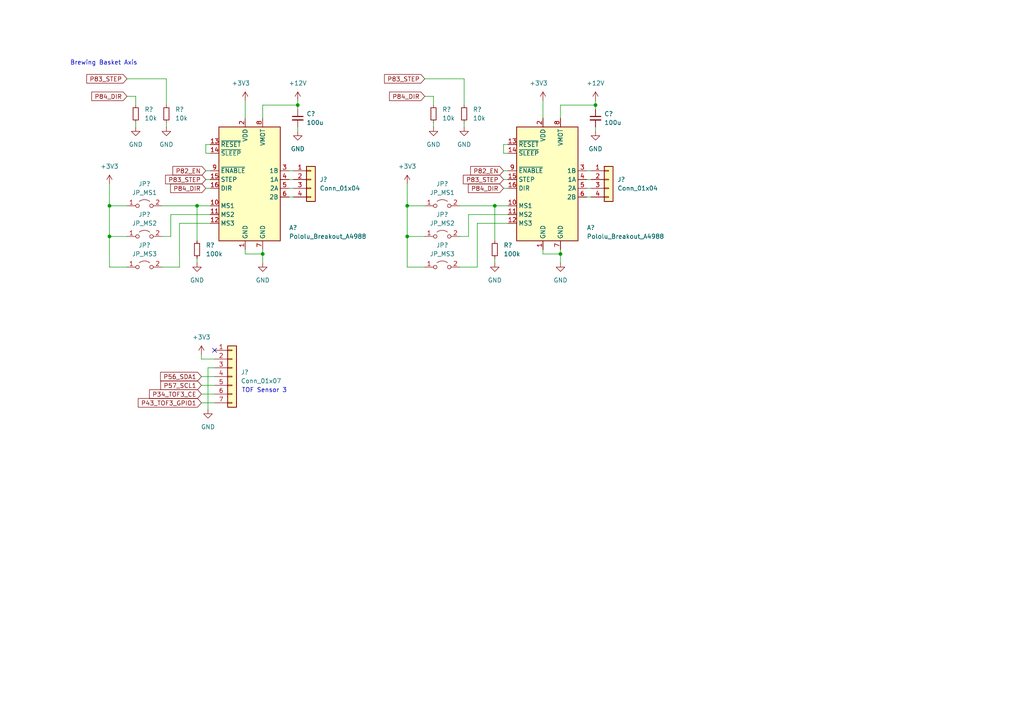
<source format=kicad_sch>
(kicad_sch (version 20211123) (generator eeschema)

  (uuid 00bc5870-4288-4b65-a87e-dcc68c607528)

  (paper "A4")

  (lib_symbols
    (symbol "Connector_Generic:Conn_01x04" (pin_names (offset 1.016) hide) (in_bom yes) (on_board yes)
      (property "Reference" "J" (id 0) (at 0 5.08 0)
        (effects (font (size 1.27 1.27)))
      )
      (property "Value" "Conn_01x04" (id 1) (at 0 -7.62 0)
        (effects (font (size 1.27 1.27)))
      )
      (property "Footprint" "" (id 2) (at 0 0 0)
        (effects (font (size 1.27 1.27)) hide)
      )
      (property "Datasheet" "~" (id 3) (at 0 0 0)
        (effects (font (size 1.27 1.27)) hide)
      )
      (property "ki_keywords" "connector" (id 4) (at 0 0 0)
        (effects (font (size 1.27 1.27)) hide)
      )
      (property "ki_description" "Generic connector, single row, 01x04, script generated (kicad-library-utils/schlib/autogen/connector/)" (id 5) (at 0 0 0)
        (effects (font (size 1.27 1.27)) hide)
      )
      (property "ki_fp_filters" "Connector*:*_1x??_*" (id 6) (at 0 0 0)
        (effects (font (size 1.27 1.27)) hide)
      )
      (symbol "Conn_01x04_1_1"
        (rectangle (start -1.27 -4.953) (end 0 -5.207)
          (stroke (width 0.1524) (type default) (color 0 0 0 0))
          (fill (type none))
        )
        (rectangle (start -1.27 -2.413) (end 0 -2.667)
          (stroke (width 0.1524) (type default) (color 0 0 0 0))
          (fill (type none))
        )
        (rectangle (start -1.27 0.127) (end 0 -0.127)
          (stroke (width 0.1524) (type default) (color 0 0 0 0))
          (fill (type none))
        )
        (rectangle (start -1.27 2.667) (end 0 2.413)
          (stroke (width 0.1524) (type default) (color 0 0 0 0))
          (fill (type none))
        )
        (rectangle (start -1.27 3.81) (end 1.27 -6.35)
          (stroke (width 0.254) (type default) (color 0 0 0 0))
          (fill (type background))
        )
        (pin passive line (at -5.08 2.54 0) (length 3.81)
          (name "Pin_1" (effects (font (size 1.27 1.27))))
          (number "1" (effects (font (size 1.27 1.27))))
        )
        (pin passive line (at -5.08 0 0) (length 3.81)
          (name "Pin_2" (effects (font (size 1.27 1.27))))
          (number "2" (effects (font (size 1.27 1.27))))
        )
        (pin passive line (at -5.08 -2.54 0) (length 3.81)
          (name "Pin_3" (effects (font (size 1.27 1.27))))
          (number "3" (effects (font (size 1.27 1.27))))
        )
        (pin passive line (at -5.08 -5.08 0) (length 3.81)
          (name "Pin_4" (effects (font (size 1.27 1.27))))
          (number "4" (effects (font (size 1.27 1.27))))
        )
      )
    )
    (symbol "Connector_Generic:Conn_01x07" (pin_names (offset 1.016) hide) (in_bom yes) (on_board yes)
      (property "Reference" "J" (id 0) (at 0 10.16 0)
        (effects (font (size 1.27 1.27)))
      )
      (property "Value" "Conn_01x07" (id 1) (at 0 -10.16 0)
        (effects (font (size 1.27 1.27)))
      )
      (property "Footprint" "" (id 2) (at 0 0 0)
        (effects (font (size 1.27 1.27)) hide)
      )
      (property "Datasheet" "~" (id 3) (at 0 0 0)
        (effects (font (size 1.27 1.27)) hide)
      )
      (property "ki_keywords" "connector" (id 4) (at 0 0 0)
        (effects (font (size 1.27 1.27)) hide)
      )
      (property "ki_description" "Generic connector, single row, 01x07, script generated (kicad-library-utils/schlib/autogen/connector/)" (id 5) (at 0 0 0)
        (effects (font (size 1.27 1.27)) hide)
      )
      (property "ki_fp_filters" "Connector*:*_1x??_*" (id 6) (at 0 0 0)
        (effects (font (size 1.27 1.27)) hide)
      )
      (symbol "Conn_01x07_1_1"
        (rectangle (start -1.27 -7.493) (end 0 -7.747)
          (stroke (width 0.1524) (type default) (color 0 0 0 0))
          (fill (type none))
        )
        (rectangle (start -1.27 -4.953) (end 0 -5.207)
          (stroke (width 0.1524) (type default) (color 0 0 0 0))
          (fill (type none))
        )
        (rectangle (start -1.27 -2.413) (end 0 -2.667)
          (stroke (width 0.1524) (type default) (color 0 0 0 0))
          (fill (type none))
        )
        (rectangle (start -1.27 0.127) (end 0 -0.127)
          (stroke (width 0.1524) (type default) (color 0 0 0 0))
          (fill (type none))
        )
        (rectangle (start -1.27 2.667) (end 0 2.413)
          (stroke (width 0.1524) (type default) (color 0 0 0 0))
          (fill (type none))
        )
        (rectangle (start -1.27 5.207) (end 0 4.953)
          (stroke (width 0.1524) (type default) (color 0 0 0 0))
          (fill (type none))
        )
        (rectangle (start -1.27 7.747) (end 0 7.493)
          (stroke (width 0.1524) (type default) (color 0 0 0 0))
          (fill (type none))
        )
        (rectangle (start -1.27 8.89) (end 1.27 -8.89)
          (stroke (width 0.254) (type default) (color 0 0 0 0))
          (fill (type background))
        )
        (pin passive line (at -5.08 7.62 0) (length 3.81)
          (name "Pin_1" (effects (font (size 1.27 1.27))))
          (number "1" (effects (font (size 1.27 1.27))))
        )
        (pin passive line (at -5.08 5.08 0) (length 3.81)
          (name "Pin_2" (effects (font (size 1.27 1.27))))
          (number "2" (effects (font (size 1.27 1.27))))
        )
        (pin passive line (at -5.08 2.54 0) (length 3.81)
          (name "Pin_3" (effects (font (size 1.27 1.27))))
          (number "3" (effects (font (size 1.27 1.27))))
        )
        (pin passive line (at -5.08 0 0) (length 3.81)
          (name "Pin_4" (effects (font (size 1.27 1.27))))
          (number "4" (effects (font (size 1.27 1.27))))
        )
        (pin passive line (at -5.08 -2.54 0) (length 3.81)
          (name "Pin_5" (effects (font (size 1.27 1.27))))
          (number "5" (effects (font (size 1.27 1.27))))
        )
        (pin passive line (at -5.08 -5.08 0) (length 3.81)
          (name "Pin_6" (effects (font (size 1.27 1.27))))
          (number "6" (effects (font (size 1.27 1.27))))
        )
        (pin passive line (at -5.08 -7.62 0) (length 3.81)
          (name "Pin_7" (effects (font (size 1.27 1.27))))
          (number "7" (effects (font (size 1.27 1.27))))
        )
      )
    )
    (symbol "Device:C_Small" (pin_numbers hide) (pin_names (offset 0.254) hide) (in_bom yes) (on_board yes)
      (property "Reference" "C" (id 0) (at 0.254 1.778 0)
        (effects (font (size 1.27 1.27)) (justify left))
      )
      (property "Value" "C_Small" (id 1) (at 0.254 -2.032 0)
        (effects (font (size 1.27 1.27)) (justify left))
      )
      (property "Footprint" "" (id 2) (at 0 0 0)
        (effects (font (size 1.27 1.27)) hide)
      )
      (property "Datasheet" "~" (id 3) (at 0 0 0)
        (effects (font (size 1.27 1.27)) hide)
      )
      (property "ki_keywords" "capacitor cap" (id 4) (at 0 0 0)
        (effects (font (size 1.27 1.27)) hide)
      )
      (property "ki_description" "Unpolarized capacitor, small symbol" (id 5) (at 0 0 0)
        (effects (font (size 1.27 1.27)) hide)
      )
      (property "ki_fp_filters" "C_*" (id 6) (at 0 0 0)
        (effects (font (size 1.27 1.27)) hide)
      )
      (symbol "C_Small_0_1"
        (polyline
          (pts
            (xy -1.524 -0.508)
            (xy 1.524 -0.508)
          )
          (stroke (width 0.3302) (type default) (color 0 0 0 0))
          (fill (type none))
        )
        (polyline
          (pts
            (xy -1.524 0.508)
            (xy 1.524 0.508)
          )
          (stroke (width 0.3048) (type default) (color 0 0 0 0))
          (fill (type none))
        )
      )
      (symbol "C_Small_1_1"
        (pin passive line (at 0 2.54 270) (length 2.032)
          (name "~" (effects (font (size 1.27 1.27))))
          (number "1" (effects (font (size 1.27 1.27))))
        )
        (pin passive line (at 0 -2.54 90) (length 2.032)
          (name "~" (effects (font (size 1.27 1.27))))
          (number "2" (effects (font (size 1.27 1.27))))
        )
      )
    )
    (symbol "Device:R_Small" (pin_numbers hide) (pin_names (offset 0.254) hide) (in_bom yes) (on_board yes)
      (property "Reference" "R" (id 0) (at 0.762 0.508 0)
        (effects (font (size 1.27 1.27)) (justify left))
      )
      (property "Value" "R_Small" (id 1) (at 0.762 -1.016 0)
        (effects (font (size 1.27 1.27)) (justify left))
      )
      (property "Footprint" "" (id 2) (at 0 0 0)
        (effects (font (size 1.27 1.27)) hide)
      )
      (property "Datasheet" "~" (id 3) (at 0 0 0)
        (effects (font (size 1.27 1.27)) hide)
      )
      (property "ki_keywords" "R resistor" (id 4) (at 0 0 0)
        (effects (font (size 1.27 1.27)) hide)
      )
      (property "ki_description" "Resistor, small symbol" (id 5) (at 0 0 0)
        (effects (font (size 1.27 1.27)) hide)
      )
      (property "ki_fp_filters" "R_*" (id 6) (at 0 0 0)
        (effects (font (size 1.27 1.27)) hide)
      )
      (symbol "R_Small_0_1"
        (rectangle (start -0.762 1.778) (end 0.762 -1.778)
          (stroke (width 0.2032) (type default) (color 0 0 0 0))
          (fill (type none))
        )
      )
      (symbol "R_Small_1_1"
        (pin passive line (at 0 2.54 270) (length 0.762)
          (name "~" (effects (font (size 1.27 1.27))))
          (number "1" (effects (font (size 1.27 1.27))))
        )
        (pin passive line (at 0 -2.54 90) (length 0.762)
          (name "~" (effects (font (size 1.27 1.27))))
          (number "2" (effects (font (size 1.27 1.27))))
        )
      )
    )
    (symbol "Driver_Motor:Pololu_Breakout_A4988" (in_bom yes) (on_board yes)
      (property "Reference" "A" (id 0) (at -2.54 19.05 0)
        (effects (font (size 1.27 1.27)) (justify right))
      )
      (property "Value" "Pololu_Breakout_A4988" (id 1) (at -2.54 16.51 0)
        (effects (font (size 1.27 1.27)) (justify right))
      )
      (property "Footprint" "Module:Pololu_Breakout-16_15.2x20.3mm" (id 2) (at 6.985 -19.05 0)
        (effects (font (size 1.27 1.27)) (justify left) hide)
      )
      (property "Datasheet" "https://www.pololu.com/product/2980/pictures" (id 3) (at 2.54 -7.62 0)
        (effects (font (size 1.27 1.27)) hide)
      )
      (property "ki_keywords" "Pololu Breakout Board Stepper Driver A4988" (id 4) (at 0 0 0)
        (effects (font (size 1.27 1.27)) hide)
      )
      (property "ki_description" "Pololu Breakout Board, Stepper Driver A4988" (id 5) (at 0 0 0)
        (effects (font (size 1.27 1.27)) hide)
      )
      (property "ki_fp_filters" "Pololu*Breakout*15.2x20.3mm*" (id 6) (at 0 0 0)
        (effects (font (size 1.27 1.27)) hide)
      )
      (symbol "Pololu_Breakout_A4988_0_1"
        (rectangle (start 10.16 -17.78) (end -7.62 15.24)
          (stroke (width 0.254) (type default) (color 0 0 0 0))
          (fill (type background))
        )
      )
      (symbol "Pololu_Breakout_A4988_1_1"
        (pin power_in line (at 0 -20.32 90) (length 2.54)
          (name "GND" (effects (font (size 1.27 1.27))))
          (number "1" (effects (font (size 1.27 1.27))))
        )
        (pin input line (at -10.16 -7.62 0) (length 2.54)
          (name "MS1" (effects (font (size 1.27 1.27))))
          (number "10" (effects (font (size 1.27 1.27))))
        )
        (pin input line (at -10.16 -10.16 0) (length 2.54)
          (name "MS2" (effects (font (size 1.27 1.27))))
          (number "11" (effects (font (size 1.27 1.27))))
        )
        (pin input line (at -10.16 -12.7 0) (length 2.54)
          (name "MS3" (effects (font (size 1.27 1.27))))
          (number "12" (effects (font (size 1.27 1.27))))
        )
        (pin input line (at -10.16 10.16 0) (length 2.54)
          (name "~{RESET}" (effects (font (size 1.27 1.27))))
          (number "13" (effects (font (size 1.27 1.27))))
        )
        (pin input line (at -10.16 7.62 0) (length 2.54)
          (name "~{SLEEP}" (effects (font (size 1.27 1.27))))
          (number "14" (effects (font (size 1.27 1.27))))
        )
        (pin input line (at -10.16 0 0) (length 2.54)
          (name "STEP" (effects (font (size 1.27 1.27))))
          (number "15" (effects (font (size 1.27 1.27))))
        )
        (pin input line (at -10.16 -2.54 0) (length 2.54)
          (name "DIR" (effects (font (size 1.27 1.27))))
          (number "16" (effects (font (size 1.27 1.27))))
        )
        (pin power_in line (at 0 17.78 270) (length 2.54)
          (name "VDD" (effects (font (size 1.27 1.27))))
          (number "2" (effects (font (size 1.27 1.27))))
        )
        (pin output line (at 12.7 2.54 180) (length 2.54)
          (name "1B" (effects (font (size 1.27 1.27))))
          (number "3" (effects (font (size 1.27 1.27))))
        )
        (pin output line (at 12.7 0 180) (length 2.54)
          (name "1A" (effects (font (size 1.27 1.27))))
          (number "4" (effects (font (size 1.27 1.27))))
        )
        (pin output line (at 12.7 -2.54 180) (length 2.54)
          (name "2A" (effects (font (size 1.27 1.27))))
          (number "5" (effects (font (size 1.27 1.27))))
        )
        (pin output line (at 12.7 -5.08 180) (length 2.54)
          (name "2B" (effects (font (size 1.27 1.27))))
          (number "6" (effects (font (size 1.27 1.27))))
        )
        (pin power_in line (at 5.08 -20.32 90) (length 2.54)
          (name "GND" (effects (font (size 1.27 1.27))))
          (number "7" (effects (font (size 1.27 1.27))))
        )
        (pin power_in line (at 5.08 17.78 270) (length 2.54)
          (name "VMOT" (effects (font (size 1.27 1.27))))
          (number "8" (effects (font (size 1.27 1.27))))
        )
        (pin input line (at -10.16 2.54 0) (length 2.54)
          (name "~{ENABLE}" (effects (font (size 1.27 1.27))))
          (number "9" (effects (font (size 1.27 1.27))))
        )
      )
    )
    (symbol "Jumper:Jumper_2_Open" (pin_names (offset 0) hide) (in_bom yes) (on_board yes)
      (property "Reference" "JP" (id 0) (at 0 2.794 0)
        (effects (font (size 1.27 1.27)))
      )
      (property "Value" "Jumper_2_Open" (id 1) (at 0 -2.286 0)
        (effects (font (size 1.27 1.27)))
      )
      (property "Footprint" "" (id 2) (at 0 0 0)
        (effects (font (size 1.27 1.27)) hide)
      )
      (property "Datasheet" "~" (id 3) (at 0 0 0)
        (effects (font (size 1.27 1.27)) hide)
      )
      (property "ki_keywords" "Jumper SPST" (id 4) (at 0 0 0)
        (effects (font (size 1.27 1.27)) hide)
      )
      (property "ki_description" "Jumper, 2-pole, open" (id 5) (at 0 0 0)
        (effects (font (size 1.27 1.27)) hide)
      )
      (property "ki_fp_filters" "Jumper* TestPoint*2Pads* TestPoint*Bridge*" (id 6) (at 0 0 0)
        (effects (font (size 1.27 1.27)) hide)
      )
      (symbol "Jumper_2_Open_0_0"
        (circle (center -2.032 0) (radius 0.508)
          (stroke (width 0) (type default) (color 0 0 0 0))
          (fill (type none))
        )
        (circle (center 2.032 0) (radius 0.508)
          (stroke (width 0) (type default) (color 0 0 0 0))
          (fill (type none))
        )
      )
      (symbol "Jumper_2_Open_0_1"
        (arc (start 1.524 1.27) (mid 0 1.778) (end -1.524 1.27)
          (stroke (width 0) (type default) (color 0 0 0 0))
          (fill (type none))
        )
      )
      (symbol "Jumper_2_Open_1_1"
        (pin passive line (at -5.08 0 0) (length 2.54)
          (name "A" (effects (font (size 1.27 1.27))))
          (number "1" (effects (font (size 1.27 1.27))))
        )
        (pin passive line (at 5.08 0 180) (length 2.54)
          (name "B" (effects (font (size 1.27 1.27))))
          (number "2" (effects (font (size 1.27 1.27))))
        )
      )
    )
    (symbol "power:+12V" (power) (pin_names (offset 0)) (in_bom yes) (on_board yes)
      (property "Reference" "#PWR" (id 0) (at 0 -3.81 0)
        (effects (font (size 1.27 1.27)) hide)
      )
      (property "Value" "+12V" (id 1) (at 0 3.556 0)
        (effects (font (size 1.27 1.27)))
      )
      (property "Footprint" "" (id 2) (at 0 0 0)
        (effects (font (size 1.27 1.27)) hide)
      )
      (property "Datasheet" "" (id 3) (at 0 0 0)
        (effects (font (size 1.27 1.27)) hide)
      )
      (property "ki_keywords" "power-flag" (id 4) (at 0 0 0)
        (effects (font (size 1.27 1.27)) hide)
      )
      (property "ki_description" "Power symbol creates a global label with name \"+12V\"" (id 5) (at 0 0 0)
        (effects (font (size 1.27 1.27)) hide)
      )
      (symbol "+12V_0_1"
        (polyline
          (pts
            (xy -0.762 1.27)
            (xy 0 2.54)
          )
          (stroke (width 0) (type default) (color 0 0 0 0))
          (fill (type none))
        )
        (polyline
          (pts
            (xy 0 0)
            (xy 0 2.54)
          )
          (stroke (width 0) (type default) (color 0 0 0 0))
          (fill (type none))
        )
        (polyline
          (pts
            (xy 0 2.54)
            (xy 0.762 1.27)
          )
          (stroke (width 0) (type default) (color 0 0 0 0))
          (fill (type none))
        )
      )
      (symbol "+12V_1_1"
        (pin power_in line (at 0 0 90) (length 0) hide
          (name "+12V" (effects (font (size 1.27 1.27))))
          (number "1" (effects (font (size 1.27 1.27))))
        )
      )
    )
    (symbol "power:+3.3V" (power) (pin_names (offset 0)) (in_bom yes) (on_board yes)
      (property "Reference" "#PWR" (id 0) (at 0 -3.81 0)
        (effects (font (size 1.27 1.27)) hide)
      )
      (property "Value" "+3.3V" (id 1) (at 0 3.556 0)
        (effects (font (size 1.27 1.27)))
      )
      (property "Footprint" "" (id 2) (at 0 0 0)
        (effects (font (size 1.27 1.27)) hide)
      )
      (property "Datasheet" "" (id 3) (at 0 0 0)
        (effects (font (size 1.27 1.27)) hide)
      )
      (property "ki_keywords" "power-flag" (id 4) (at 0 0 0)
        (effects (font (size 1.27 1.27)) hide)
      )
      (property "ki_description" "Power symbol creates a global label with name \"+3.3V\"" (id 5) (at 0 0 0)
        (effects (font (size 1.27 1.27)) hide)
      )
      (symbol "+3.3V_0_1"
        (polyline
          (pts
            (xy -0.762 1.27)
            (xy 0 2.54)
          )
          (stroke (width 0) (type default) (color 0 0 0 0))
          (fill (type none))
        )
        (polyline
          (pts
            (xy 0 0)
            (xy 0 2.54)
          )
          (stroke (width 0) (type default) (color 0 0 0 0))
          (fill (type none))
        )
        (polyline
          (pts
            (xy 0 2.54)
            (xy 0.762 1.27)
          )
          (stroke (width 0) (type default) (color 0 0 0 0))
          (fill (type none))
        )
      )
      (symbol "+3.3V_1_1"
        (pin power_in line (at 0 0 90) (length 0) hide
          (name "+3V3" (effects (font (size 1.27 1.27))))
          (number "1" (effects (font (size 1.27 1.27))))
        )
      )
    )
    (symbol "power:GND" (power) (pin_names (offset 0)) (in_bom yes) (on_board yes)
      (property "Reference" "#PWR" (id 0) (at 0 -6.35 0)
        (effects (font (size 1.27 1.27)) hide)
      )
      (property "Value" "GND" (id 1) (at 0 -3.81 0)
        (effects (font (size 1.27 1.27)))
      )
      (property "Footprint" "" (id 2) (at 0 0 0)
        (effects (font (size 1.27 1.27)) hide)
      )
      (property "Datasheet" "" (id 3) (at 0 0 0)
        (effects (font (size 1.27 1.27)) hide)
      )
      (property "ki_keywords" "power-flag" (id 4) (at 0 0 0)
        (effects (font (size 1.27 1.27)) hide)
      )
      (property "ki_description" "Power symbol creates a global label with name \"GND\" , ground" (id 5) (at 0 0 0)
        (effects (font (size 1.27 1.27)) hide)
      )
      (symbol "GND_0_1"
        (polyline
          (pts
            (xy 0 0)
            (xy 0 -1.27)
            (xy 1.27 -1.27)
            (xy 0 -2.54)
            (xy -1.27 -1.27)
            (xy 0 -1.27)
          )
          (stroke (width 0) (type default) (color 0 0 0 0))
          (fill (type none))
        )
      )
      (symbol "GND_1_1"
        (pin power_in line (at 0 0 270) (length 0) hide
          (name "GND" (effects (font (size 1.27 1.27))))
          (number "1" (effects (font (size 1.27 1.27))))
        )
      )
    )
  )

  (junction (at 162.56 73.66) (diameter 0) (color 0 0 0 0)
    (uuid 542bda89-e7f0-457c-a69c-75a7d614d4ca)
  )
  (junction (at 172.72 30.48) (diameter 0) (color 0 0 0 0)
    (uuid 55d05317-a563-476d-b69f-7bd89b33667c)
  )
  (junction (at 143.51 59.69) (diameter 0) (color 0 0 0 0)
    (uuid 79db2e3d-1c3a-4e54-add3-b4c342c72923)
  )
  (junction (at 31.75 59.69) (diameter 0) (color 0 0 0 0)
    (uuid 9317455a-dcd5-4c05-923f-b18b736f99dd)
  )
  (junction (at 118.11 68.58) (diameter 0) (color 0 0 0 0)
    (uuid b4774642-05fd-49cd-adc1-60074c2cde9d)
  )
  (junction (at 57.15 59.69) (diameter 0) (color 0 0 0 0)
    (uuid cdd5a656-19c1-4fb4-80a5-83d796ff1dc6)
  )
  (junction (at 31.75 68.58) (diameter 0) (color 0 0 0 0)
    (uuid ce3752b2-3663-4c65-84ee-7e14241d83b7)
  )
  (junction (at 76.2 73.66) (diameter 0) (color 0 0 0 0)
    (uuid d9f44d0f-b8c0-4012-9828-197f5d5515fb)
  )
  (junction (at 86.36 30.48) (diameter 0) (color 0 0 0 0)
    (uuid f51e158c-3b1a-4ef8-8c58-d0f81bd48b3b)
  )
  (junction (at 118.11 59.69) (diameter 0) (color 0 0 0 0)
    (uuid feaaadf9-c23a-44da-bc2d-c2af9a6d7898)
  )

  (no_connect (at 62.23 101.6) (uuid af194e33-98ef-46b7-804e-e83b897df35d))

  (wire (pts (xy 170.18 49.53) (xy 171.45 49.53))
    (stroke (width 0) (type default) (color 0 0 0 0))
    (uuid 02414ab1-c391-43a2-8599-f108d66c6e69)
  )
  (wire (pts (xy 133.35 77.47) (xy 138.43 77.47))
    (stroke (width 0) (type default) (color 0 0 0 0))
    (uuid 03d36cae-895a-458a-820f-f2fa5a5a8796)
  )
  (wire (pts (xy 86.36 29.21) (xy 86.36 30.48))
    (stroke (width 0) (type default) (color 0 0 0 0))
    (uuid 05db3f50-de5b-4936-87a5-ae5f7efd279c)
  )
  (wire (pts (xy 49.53 68.58) (xy 46.99 68.58))
    (stroke (width 0) (type default) (color 0 0 0 0))
    (uuid 0635e225-f93c-47ef-8e17-62c2e9297a0c)
  )
  (wire (pts (xy 143.51 74.93) (xy 143.51 76.2))
    (stroke (width 0) (type default) (color 0 0 0 0))
    (uuid 0a7ca62f-799a-4954-a4f1-c836846553fb)
  )
  (wire (pts (xy 157.48 72.39) (xy 157.48 73.66))
    (stroke (width 0) (type default) (color 0 0 0 0))
    (uuid 0b0447cd-5935-4b16-aa2c-d934791ba7ad)
  )
  (wire (pts (xy 83.82 54.61) (xy 85.09 54.61))
    (stroke (width 0) (type default) (color 0 0 0 0))
    (uuid 0bd41301-80f6-413e-9088-2115f827a571)
  )
  (wire (pts (xy 123.19 77.47) (xy 118.11 77.47))
    (stroke (width 0) (type default) (color 0 0 0 0))
    (uuid 0c812bf3-a655-47a7-b1f0-c52977135194)
  )
  (wire (pts (xy 123.19 22.86) (xy 134.62 22.86))
    (stroke (width 0) (type default) (color 0 0 0 0))
    (uuid 0d0930d5-c93f-4093-b07e-32ac81ec95c2)
  )
  (wire (pts (xy 125.73 27.94) (xy 125.73 30.48))
    (stroke (width 0) (type default) (color 0 0 0 0))
    (uuid 0ddd8426-dc88-4029-a214-4b812e1a76b0)
  )
  (wire (pts (xy 134.62 35.56) (xy 134.62 36.83))
    (stroke (width 0) (type default) (color 0 0 0 0))
    (uuid 0f4f025a-eaec-4b6d-82ce-3f6e27a41759)
  )
  (wire (pts (xy 57.15 59.69) (xy 57.15 69.85))
    (stroke (width 0) (type default) (color 0 0 0 0))
    (uuid 1077d341-bccd-4a04-82c7-8f227daa5263)
  )
  (wire (pts (xy 58.42 104.14) (xy 62.23 104.14))
    (stroke (width 0) (type default) (color 0 0 0 0))
    (uuid 11768e91-63aa-43e4-b6e3-ab5cf5bb5884)
  )
  (wire (pts (xy 76.2 73.66) (xy 76.2 76.2))
    (stroke (width 0) (type default) (color 0 0 0 0))
    (uuid 11ad6bda-a953-4593-ab38-a21c675600f0)
  )
  (wire (pts (xy 135.89 68.58) (xy 133.35 68.58))
    (stroke (width 0) (type default) (color 0 0 0 0))
    (uuid 148847a0-0188-4536-9fa0-2a9d4ab128ae)
  )
  (wire (pts (xy 83.82 52.07) (xy 85.09 52.07))
    (stroke (width 0) (type default) (color 0 0 0 0))
    (uuid 160b059a-670e-4984-9944-fe4aece2fba6)
  )
  (wire (pts (xy 57.15 59.69) (xy 60.96 59.69))
    (stroke (width 0) (type default) (color 0 0 0 0))
    (uuid 17b5046c-9cec-4010-8d0f-6a91a9a2cb39)
  )
  (wire (pts (xy 36.83 27.94) (xy 39.37 27.94))
    (stroke (width 0) (type default) (color 0 0 0 0))
    (uuid 1c295b2c-8920-4e66-b6ae-cdb4124ae206)
  )
  (wire (pts (xy 170.18 52.07) (xy 171.45 52.07))
    (stroke (width 0) (type default) (color 0 0 0 0))
    (uuid 23d39f39-1149-4e8d-9c94-4986081379ac)
  )
  (wire (pts (xy 86.36 36.83) (xy 86.36 38.1))
    (stroke (width 0) (type default) (color 0 0 0 0))
    (uuid 246b5d0f-5be9-475f-9d60-0dc53612b65a)
  )
  (wire (pts (xy 71.12 73.66) (xy 76.2 73.66))
    (stroke (width 0) (type default) (color 0 0 0 0))
    (uuid 26cd9f01-f891-4506-8e09-427e35101d3a)
  )
  (wire (pts (xy 172.72 36.83) (xy 172.72 38.1))
    (stroke (width 0) (type default) (color 0 0 0 0))
    (uuid 2d914f18-ea25-444c-9d80-d37513424ccf)
  )
  (wire (pts (xy 157.48 73.66) (xy 162.56 73.66))
    (stroke (width 0) (type default) (color 0 0 0 0))
    (uuid 321d4f57-1423-46f4-bfe7-dd368acc337d)
  )
  (wire (pts (xy 48.26 35.56) (xy 48.26 36.83))
    (stroke (width 0) (type default) (color 0 0 0 0))
    (uuid 3294677d-bd91-42e8-8af0-9d400abb5683)
  )
  (wire (pts (xy 52.07 64.77) (xy 52.07 77.47))
    (stroke (width 0) (type default) (color 0 0 0 0))
    (uuid 3abfbc47-c675-4461-8a25-a18ad713fb19)
  )
  (wire (pts (xy 125.73 35.56) (xy 125.73 36.83))
    (stroke (width 0) (type default) (color 0 0 0 0))
    (uuid 3d6d5176-b18b-4405-9f9e-1777cf2597ad)
  )
  (wire (pts (xy 58.42 114.3) (xy 62.23 114.3))
    (stroke (width 0) (type default) (color 0 0 0 0))
    (uuid 3e5389bc-4fd7-4a4c-8da4-5022b4384c7b)
  )
  (wire (pts (xy 31.75 68.58) (xy 31.75 59.69))
    (stroke (width 0) (type default) (color 0 0 0 0))
    (uuid 414a510b-8925-4612-9b20-aaa57334e972)
  )
  (wire (pts (xy 58.42 111.76) (xy 62.23 111.76))
    (stroke (width 0) (type default) (color 0 0 0 0))
    (uuid 4531e608-cdf4-4ec4-bb57-04686a0c2018)
  )
  (wire (pts (xy 76.2 30.48) (xy 86.36 30.48))
    (stroke (width 0) (type default) (color 0 0 0 0))
    (uuid 4911d72d-dff2-4ee8-9058-8562d2aaefcd)
  )
  (wire (pts (xy 58.42 116.84) (xy 62.23 116.84))
    (stroke (width 0) (type default) (color 0 0 0 0))
    (uuid 49d37f85-92e3-4d1e-a4c1-2cab5d0d4217)
  )
  (wire (pts (xy 147.32 41.91) (xy 146.05 41.91))
    (stroke (width 0) (type default) (color 0 0 0 0))
    (uuid 5b71b94f-027c-43ff-ab43-957e9be68eba)
  )
  (wire (pts (xy 143.51 59.69) (xy 147.32 59.69))
    (stroke (width 0) (type default) (color 0 0 0 0))
    (uuid 5caf239a-72d3-4917-b4ad-45c8bea543b1)
  )
  (wire (pts (xy 58.42 109.22) (xy 62.23 109.22))
    (stroke (width 0) (type default) (color 0 0 0 0))
    (uuid 5d4d6e89-ea32-4834-a049-a4e6f0ea037d)
  )
  (wire (pts (xy 58.42 104.14) (xy 58.42 102.87))
    (stroke (width 0) (type default) (color 0 0 0 0))
    (uuid 5d91b803-c257-425d-a156-395477ef0242)
  )
  (wire (pts (xy 118.11 77.47) (xy 118.11 68.58))
    (stroke (width 0) (type default) (color 0 0 0 0))
    (uuid 6057b826-0995-4037-9266-125eb359ec19)
  )
  (wire (pts (xy 36.83 77.47) (xy 31.75 77.47))
    (stroke (width 0) (type default) (color 0 0 0 0))
    (uuid 632f5cfb-aaa1-4d53-8065-3514089a21b1)
  )
  (wire (pts (xy 71.12 72.39) (xy 71.12 73.66))
    (stroke (width 0) (type default) (color 0 0 0 0))
    (uuid 64db4d46-7526-41ac-a4b2-01dd89fdbd68)
  )
  (wire (pts (xy 60.325 106.68) (xy 62.23 106.68))
    (stroke (width 0) (type default) (color 0 0 0 0))
    (uuid 68eda688-0574-434f-87b1-9d46d11d9dd2)
  )
  (wire (pts (xy 138.43 64.77) (xy 138.43 77.47))
    (stroke (width 0) (type default) (color 0 0 0 0))
    (uuid 6c11568d-70c7-44a5-ac51-b77e81d1dff4)
  )
  (wire (pts (xy 135.89 62.23) (xy 135.89 68.58))
    (stroke (width 0) (type default) (color 0 0 0 0))
    (uuid 6c79b750-9ac4-402e-a47c-5587954b22da)
  )
  (wire (pts (xy 39.37 35.56) (xy 39.37 36.83))
    (stroke (width 0) (type default) (color 0 0 0 0))
    (uuid 6eb02a3e-047d-4615-ace3-17c46d52c12e)
  )
  (wire (pts (xy 83.82 49.53) (xy 85.09 49.53))
    (stroke (width 0) (type default) (color 0 0 0 0))
    (uuid 73ea6e4f-3695-4ec4-850e-75d4ac3a223e)
  )
  (wire (pts (xy 71.12 29.21) (xy 71.12 34.29))
    (stroke (width 0) (type default) (color 0 0 0 0))
    (uuid 7a811cef-1ccd-4c6a-b86b-ca9648ebc16d)
  )
  (wire (pts (xy 172.72 29.21) (xy 172.72 30.48))
    (stroke (width 0) (type default) (color 0 0 0 0))
    (uuid 7f7a23ad-4ab4-469a-8644-ed60409dde1a)
  )
  (wire (pts (xy 59.69 41.91) (xy 59.69 44.45))
    (stroke (width 0) (type default) (color 0 0 0 0))
    (uuid 80188bfc-c27e-4219-991b-cb237d6ff8c2)
  )
  (wire (pts (xy 123.19 27.94) (xy 125.73 27.94))
    (stroke (width 0) (type default) (color 0 0 0 0))
    (uuid 802416c1-df56-4fbe-97f3-542301fecaea)
  )
  (wire (pts (xy 59.69 44.45) (xy 60.96 44.45))
    (stroke (width 0) (type default) (color 0 0 0 0))
    (uuid 88374a57-a621-4b35-bd9f-295c0058bca6)
  )
  (wire (pts (xy 143.51 59.69) (xy 143.51 69.85))
    (stroke (width 0) (type default) (color 0 0 0 0))
    (uuid 8bbd67aa-05e5-4cee-95c3-163b0ee97156)
  )
  (wire (pts (xy 146.05 52.07) (xy 147.32 52.07))
    (stroke (width 0) (type default) (color 0 0 0 0))
    (uuid 8fbab7b2-6ea1-44fc-93a4-8effb951c32e)
  )
  (wire (pts (xy 170.18 57.15) (xy 171.45 57.15))
    (stroke (width 0) (type default) (color 0 0 0 0))
    (uuid 92bbc740-674b-4d0a-ac0f-f609e2923314)
  )
  (wire (pts (xy 76.2 30.48) (xy 76.2 34.29))
    (stroke (width 0) (type default) (color 0 0 0 0))
    (uuid 94116b95-0dba-410d-9cf0-d33699651410)
  )
  (wire (pts (xy 46.99 77.47) (xy 52.07 77.47))
    (stroke (width 0) (type default) (color 0 0 0 0))
    (uuid 942f8e9a-c064-4289-9708-09132b83f649)
  )
  (wire (pts (xy 52.07 64.77) (xy 60.96 64.77))
    (stroke (width 0) (type default) (color 0 0 0 0))
    (uuid 95455185-bd0f-4c26-8269-cb24536e9993)
  )
  (wire (pts (xy 49.53 62.23) (xy 49.53 68.58))
    (stroke (width 0) (type default) (color 0 0 0 0))
    (uuid 9b7c94c4-cb77-4908-9e85-ffda10df2eb2)
  )
  (wire (pts (xy 162.56 30.48) (xy 162.56 34.29))
    (stroke (width 0) (type default) (color 0 0 0 0))
    (uuid 9d674559-809c-4903-a6dc-77127ca2d069)
  )
  (wire (pts (xy 146.05 49.53) (xy 147.32 49.53))
    (stroke (width 0) (type default) (color 0 0 0 0))
    (uuid 9da14c92-3a04-4b15-9da6-1adb7c35eda3)
  )
  (wire (pts (xy 39.37 27.94) (xy 39.37 30.48))
    (stroke (width 0) (type default) (color 0 0 0 0))
    (uuid 9f4f9f65-7b77-4d7e-afa6-de45cc24ecc1)
  )
  (wire (pts (xy 162.56 72.39) (xy 162.56 73.66))
    (stroke (width 0) (type default) (color 0 0 0 0))
    (uuid a5e2c2e2-9906-49a2-b844-9573f6b8109f)
  )
  (wire (pts (xy 76.2 72.39) (xy 76.2 73.66))
    (stroke (width 0) (type default) (color 0 0 0 0))
    (uuid a85ccd45-5abb-4a58-9ad0-40f60fdb7ccf)
  )
  (wire (pts (xy 118.11 68.58) (xy 123.19 68.58))
    (stroke (width 0) (type default) (color 0 0 0 0))
    (uuid ac260420-61c9-493b-b09d-e1384a3de77a)
  )
  (wire (pts (xy 133.35 59.69) (xy 143.51 59.69))
    (stroke (width 0) (type default) (color 0 0 0 0))
    (uuid af927e80-2286-4c9f-abf9-cbfd4834dcfc)
  )
  (wire (pts (xy 157.48 29.21) (xy 157.48 34.29))
    (stroke (width 0) (type default) (color 0 0 0 0))
    (uuid afbb62f1-a9f4-4d2e-b325-fc984bd81e0e)
  )
  (wire (pts (xy 86.36 30.48) (xy 86.36 31.75))
    (stroke (width 0) (type default) (color 0 0 0 0))
    (uuid b1f9ad32-0ab8-4816-a113-f3b7ba2787f9)
  )
  (wire (pts (xy 118.11 68.58) (xy 118.11 59.69))
    (stroke (width 0) (type default) (color 0 0 0 0))
    (uuid b3322e03-f81e-441f-b19b-8c1cb1cf73ae)
  )
  (wire (pts (xy 60.96 41.91) (xy 59.69 41.91))
    (stroke (width 0) (type default) (color 0 0 0 0))
    (uuid b33b70f2-3363-441d-a791-90fa076e1ae1)
  )
  (wire (pts (xy 118.11 59.69) (xy 118.11 53.34))
    (stroke (width 0) (type default) (color 0 0 0 0))
    (uuid b70d0b2a-6306-4e06-9a59-323e2aaf077c)
  )
  (wire (pts (xy 59.69 54.61) (xy 60.96 54.61))
    (stroke (width 0) (type default) (color 0 0 0 0))
    (uuid b71b1223-c751-469b-afa2-9be8d7d01f67)
  )
  (wire (pts (xy 31.75 59.69) (xy 36.83 59.69))
    (stroke (width 0) (type default) (color 0 0 0 0))
    (uuid b7bc5fc7-3119-4354-a66e-41beb14522b6)
  )
  (wire (pts (xy 170.18 54.61) (xy 171.45 54.61))
    (stroke (width 0) (type default) (color 0 0 0 0))
    (uuid ba87fdda-258e-49fa-a06d-ac1bf3a2393a)
  )
  (wire (pts (xy 118.11 59.69) (xy 123.19 59.69))
    (stroke (width 0) (type default) (color 0 0 0 0))
    (uuid bbc349d1-8b1d-477d-974c-7f2355093a60)
  )
  (wire (pts (xy 59.69 52.07) (xy 60.96 52.07))
    (stroke (width 0) (type default) (color 0 0 0 0))
    (uuid bf697752-ca42-452e-a2e9-f1466d86e740)
  )
  (wire (pts (xy 48.26 22.86) (xy 48.26 30.48))
    (stroke (width 0) (type default) (color 0 0 0 0))
    (uuid bf7e7cb1-e68d-4442-a665-942eabe7175d)
  )
  (wire (pts (xy 146.05 41.91) (xy 146.05 44.45))
    (stroke (width 0) (type default) (color 0 0 0 0))
    (uuid c23a590c-5a12-4a30-b245-1ea36dceba04)
  )
  (wire (pts (xy 135.89 62.23) (xy 147.32 62.23))
    (stroke (width 0) (type default) (color 0 0 0 0))
    (uuid c449ffec-1f21-4c5b-b16d-8dfe12fa7de2)
  )
  (wire (pts (xy 46.99 59.69) (xy 57.15 59.69))
    (stroke (width 0) (type default) (color 0 0 0 0))
    (uuid c718f6f9-8934-4b03-a67d-640352361266)
  )
  (wire (pts (xy 57.15 74.93) (xy 57.15 76.2))
    (stroke (width 0) (type default) (color 0 0 0 0))
    (uuid c77051b6-e159-47fe-8f43-7c31a5906047)
  )
  (wire (pts (xy 49.53 62.23) (xy 60.96 62.23))
    (stroke (width 0) (type default) (color 0 0 0 0))
    (uuid cf5e7bc6-78d1-4846-b191-e5b90ca35777)
  )
  (wire (pts (xy 31.75 77.47) (xy 31.75 68.58))
    (stroke (width 0) (type default) (color 0 0 0 0))
    (uuid d02af458-4ddd-4523-b6aa-7c13de9c9f52)
  )
  (wire (pts (xy 138.43 64.77) (xy 147.32 64.77))
    (stroke (width 0) (type default) (color 0 0 0 0))
    (uuid d5db38b9-fbc0-4e39-8404-f57b13ab6ed9)
  )
  (wire (pts (xy 162.56 30.48) (xy 172.72 30.48))
    (stroke (width 0) (type default) (color 0 0 0 0))
    (uuid daabacf0-8161-4f37-ae61-3546dc71c95b)
  )
  (wire (pts (xy 162.56 73.66) (xy 162.56 76.2))
    (stroke (width 0) (type default) (color 0 0 0 0))
    (uuid dad7a7b5-481a-4be8-a12c-584f775be500)
  )
  (wire (pts (xy 146.05 54.61) (xy 147.32 54.61))
    (stroke (width 0) (type default) (color 0 0 0 0))
    (uuid de8e393a-6c59-4a9a-92ed-5b7c8f8fc239)
  )
  (wire (pts (xy 60.325 118.745) (xy 60.325 106.68))
    (stroke (width 0) (type default) (color 0 0 0 0))
    (uuid decfcd9e-a765-4781-9c08-bea87518914c)
  )
  (wire (pts (xy 146.05 44.45) (xy 147.32 44.45))
    (stroke (width 0) (type default) (color 0 0 0 0))
    (uuid e8b1a7e9-fb3b-4c1c-b0fb-380acc67255a)
  )
  (wire (pts (xy 31.75 68.58) (xy 36.83 68.58))
    (stroke (width 0) (type default) (color 0 0 0 0))
    (uuid ea141346-c1f5-4cf1-a931-b5208bbcd7a2)
  )
  (wire (pts (xy 83.82 57.15) (xy 85.09 57.15))
    (stroke (width 0) (type default) (color 0 0 0 0))
    (uuid f2e15923-6045-4ffe-9de9-0080226c01d7)
  )
  (wire (pts (xy 31.75 59.69) (xy 31.75 53.34))
    (stroke (width 0) (type default) (color 0 0 0 0))
    (uuid f30f1ab8-beaa-4acd-9861-cf8f6d6e8a43)
  )
  (wire (pts (xy 134.62 22.86) (xy 134.62 30.48))
    (stroke (width 0) (type default) (color 0 0 0 0))
    (uuid f3cc4241-630e-448a-b7b8-ed28a367d20e)
  )
  (wire (pts (xy 172.72 30.48) (xy 172.72 31.75))
    (stroke (width 0) (type default) (color 0 0 0 0))
    (uuid f6680641-9cbc-4ce4-9157-1ba73bd79451)
  )
  (wire (pts (xy 36.83 22.86) (xy 48.26 22.86))
    (stroke (width 0) (type default) (color 0 0 0 0))
    (uuid f8ae920b-c9f6-4222-bfda-fd6481238c2f)
  )
  (wire (pts (xy 59.69 49.53) (xy 60.96 49.53))
    (stroke (width 0) (type default) (color 0 0 0 0))
    (uuid f8b1a0ec-8e19-4ac3-bd90-c96f05e91339)
  )

  (text "TOF Sensor 3" (at 70.104 114.046 0)
    (effects (font (size 1.27 1.27)) (justify left bottom))
    (uuid 26e42d06-4dae-439d-af9e-48515ea0a998)
  )
  (text "Brewing Basket Axis" (at 20.32 19.05 0)
    (effects (font (size 1.27 1.27)) (justify left bottom))
    (uuid 39822c08-5b30-4ca5-95f5-8f4b8abf233e)
  )

  (global_label "P83_STEP" (shape input) (at 36.83 22.86 180) (fields_autoplaced)
    (effects (font (size 1.27 1.27)) (justify right))
    (uuid 04449360-706b-4af0-8b17-4ed06e4bace9)
    (property "Intersheet References" "${INTERSHEET_REFS}" (id 0) (at 25.164 22.7806 0)
      (effects (font (size 1.27 1.27)) (justify right) hide)
    )
  )
  (global_label "P82_EN" (shape input) (at 59.69 49.53 180) (fields_autoplaced)
    (effects (font (size 1.27 1.27)) (justify right))
    (uuid 1d5724e8-2670-428a-96dc-7b5bdc4a0381)
    (property "Intersheet References" "${INTERSHEET_REFS}" (id 0) (at 50.1407 49.4506 0)
      (effects (font (size 1.27 1.27)) (justify right) hide)
    )
  )
  (global_label "P82_EN" (shape input) (at 146.05 49.53 180) (fields_autoplaced)
    (effects (font (size 1.27 1.27)) (justify right))
    (uuid 3e8f2363-726d-4675-8f06-a10a747f284e)
    (property "Intersheet References" "${INTERSHEET_REFS}" (id 0) (at 136.5007 49.4506 0)
      (effects (font (size 1.27 1.27)) (justify right) hide)
    )
  )
  (global_label "P83_STEP" (shape input) (at 123.19 22.86 180) (fields_autoplaced)
    (effects (font (size 1.27 1.27)) (justify right))
    (uuid 4bc344c4-8461-44a5-9f9b-1b5ae71549a4)
    (property "Intersheet References" "${INTERSHEET_REFS}" (id 0) (at 111.524 22.7806 0)
      (effects (font (size 1.27 1.27)) (justify right) hide)
    )
  )
  (global_label "P84_DIR" (shape input) (at 146.05 54.61 180) (fields_autoplaced)
    (effects (font (size 1.27 1.27)) (justify right))
    (uuid 4e55bdca-c8b0-4347-8d27-96e7b940a175)
    (property "Intersheet References" "${INTERSHEET_REFS}" (id 0) (at 135.8355 54.5306 0)
      (effects (font (size 1.27 1.27)) (justify right) hide)
    )
  )
  (global_label "P84_DIR" (shape input) (at 59.69 54.61 180) (fields_autoplaced)
    (effects (font (size 1.27 1.27)) (justify right))
    (uuid 550aea55-e2c8-4cca-9091-7ea3ff4c0e96)
    (property "Intersheet References" "${INTERSHEET_REFS}" (id 0) (at 49.4755 54.5306 0)
      (effects (font (size 1.27 1.27)) (justify right) hide)
    )
  )
  (global_label "P56_SDA1" (shape input) (at 58.42 109.22 180) (fields_autoplaced)
    (effects (font (size 1.27 1.27)) (justify right))
    (uuid 58c72ef4-991e-417f-af82-9a1c2d72945b)
    (property "Intersheet References" "${INTERSHEET_REFS}" (id 0) (at 46.5726 109.1406 0)
      (effects (font (size 1.27 1.27)) (justify right) hide)
    )
  )
  (global_label "P34_TOF3_CE" (shape input) (at 58.42 114.3 180) (fields_autoplaced)
    (effects (font (size 1.27 1.27)) (justify right))
    (uuid 6ce2d190-cf70-4252-a0ca-ca3e131b597f)
    (property "Intersheet References" "${INTERSHEET_REFS}" (id 0) (at 43.3674 114.2206 0)
      (effects (font (size 1.27 1.27)) (justify right) hide)
    )
  )
  (global_label "P84_DIR" (shape input) (at 36.83 27.94 180) (fields_autoplaced)
    (effects (font (size 1.27 1.27)) (justify right))
    (uuid 72cbdcc8-8548-4247-9193-f79852d53620)
    (property "Intersheet References" "${INTERSHEET_REFS}" (id 0) (at 26.6155 27.8606 0)
      (effects (font (size 1.27 1.27)) (justify right) hide)
    )
  )
  (global_label "P43_TOF3_GPIO1" (shape input) (at 58.42 116.84 180) (fields_autoplaced)
    (effects (font (size 1.27 1.27)) (justify right))
    (uuid 75c081d4-2b24-426c-b664-1487d3dedb6a)
    (property "Intersheet References" "${INTERSHEET_REFS}" (id 0) (at 40.1017 116.7606 0)
      (effects (font (size 1.27 1.27)) (justify right) hide)
    )
  )
  (global_label "P83_STEP" (shape input) (at 59.69 52.07 180) (fields_autoplaced)
    (effects (font (size 1.27 1.27)) (justify right))
    (uuid a2cb7145-cbd5-447e-9936-93f29c8dc53c)
    (property "Intersheet References" "${INTERSHEET_REFS}" (id 0) (at 48.024 51.9906 0)
      (effects (font (size 1.27 1.27)) (justify right) hide)
    )
  )
  (global_label "P57_SCL1" (shape input) (at 58.42 111.76 180) (fields_autoplaced)
    (effects (font (size 1.27 1.27)) (justify right))
    (uuid aa3a285f-5e0e-4d71-be39-1b9c3334a688)
    (property "Intersheet References" "${INTERSHEET_REFS}" (id 0) (at 46.6331 111.6806 0)
      (effects (font (size 1.27 1.27)) (justify right) hide)
    )
  )
  (global_label "P83_STEP" (shape input) (at 146.05 52.07 180) (fields_autoplaced)
    (effects (font (size 1.27 1.27)) (justify right))
    (uuid f094c2d2-a6ee-4c32-8a53-18813229abd0)
    (property "Intersheet References" "${INTERSHEET_REFS}" (id 0) (at 134.384 51.9906 0)
      (effects (font (size 1.27 1.27)) (justify right) hide)
    )
  )
  (global_label "P84_DIR" (shape input) (at 123.19 27.94 180) (fields_autoplaced)
    (effects (font (size 1.27 1.27)) (justify right))
    (uuid f4a82421-450d-46c3-b3c1-8aa0a4a3c3a4)
    (property "Intersheet References" "${INTERSHEET_REFS}" (id 0) (at 112.9755 27.8606 0)
      (effects (font (size 1.27 1.27)) (justify right) hide)
    )
  )

  (symbol (lib_id "Jumper:Jumper_2_Open") (at 128.27 77.47 0) (unit 1)
    (in_bom yes) (on_board yes) (fields_autoplaced)
    (uuid 0c0c1ed6-22d6-4f0b-97c5-2e82114a7892)
    (property "Reference" "JP?" (id 0) (at 128.27 71.12 0))
    (property "Value" "JP_MS3" (id 1) (at 128.27 73.66 0))
    (property "Footprint" "" (id 2) (at 128.27 77.47 0)
      (effects (font (size 1.27 1.27)) hide)
    )
    (property "Datasheet" "~" (id 3) (at 128.27 77.47 0)
      (effects (font (size 1.27 1.27)) hide)
    )
    (pin "1" (uuid 2c5cd3f9-307d-4e11-81ac-e9a74c870693))
    (pin "2" (uuid 89952ad0-e4a3-4d2c-bc21-7ad32e75be4f))
  )

  (symbol (lib_id "Connector_Generic:Conn_01x04") (at 176.53 52.07 0) (unit 1)
    (in_bom yes) (on_board yes) (fields_autoplaced)
    (uuid 114a0171-bbd3-4779-97ee-9891dd9d52ff)
    (property "Reference" "J?" (id 0) (at 179.07 52.0699 0)
      (effects (font (size 1.27 1.27)) (justify left))
    )
    (property "Value" "Conn_01x04" (id 1) (at 179.07 54.6099 0)
      (effects (font (size 1.27 1.27)) (justify left))
    )
    (property "Footprint" "" (id 2) (at 176.53 52.07 0)
      (effects (font (size 1.27 1.27)) hide)
    )
    (property "Datasheet" "~" (id 3) (at 176.53 52.07 0)
      (effects (font (size 1.27 1.27)) hide)
    )
    (pin "1" (uuid def2081d-e891-425a-be3b-43b58e08f4fc))
    (pin "2" (uuid 08560534-8a22-42cf-a395-87868e9111f9))
    (pin "3" (uuid 29519403-bc85-46fb-a073-fb182cd003eb))
    (pin "4" (uuid 902054eb-0b76-4847-b65b-9e2279644495))
  )

  (symbol (lib_id "Connector_Generic:Conn_01x07") (at 67.31 109.22 0) (unit 1)
    (in_bom yes) (on_board yes) (fields_autoplaced)
    (uuid 160cb78c-f6a0-4781-a801-8dee1f8e4c83)
    (property "Reference" "J?" (id 0) (at 69.85 107.9499 0)
      (effects (font (size 1.27 1.27)) (justify left))
    )
    (property "Value" "Conn_01x07" (id 1) (at 69.85 110.4899 0)
      (effects (font (size 1.27 1.27)) (justify left))
    )
    (property "Footprint" "" (id 2) (at 67.31 109.22 0)
      (effects (font (size 1.27 1.27)) hide)
    )
    (property "Datasheet" "~" (id 3) (at 67.31 109.22 0)
      (effects (font (size 1.27 1.27)) hide)
    )
    (pin "1" (uuid eaa6d312-a071-45c7-a7dc-111b938a1507))
    (pin "2" (uuid 281ece01-beca-41f3-8883-597276c39b08))
    (pin "3" (uuid 0f1d61d6-5c26-4ebb-a098-15f33c768688))
    (pin "4" (uuid 7f361409-ab03-497b-a651-bb0b4312f0e9))
    (pin "5" (uuid 661c9015-17df-4597-b2e3-6933f93d3203))
    (pin "6" (uuid 4bcdfcfe-b780-4187-a9c4-a2e800302bf5))
    (pin "7" (uuid 86681a5a-55a1-45f6-924c-1f0f3afd4f31))
  )

  (symbol (lib_id "Device:R_Small") (at 143.51 72.39 180) (unit 1)
    (in_bom yes) (on_board yes) (fields_autoplaced)
    (uuid 1b6dd566-de04-4c33-a0eb-48ba1275ef4b)
    (property "Reference" "R?" (id 0) (at 146.05 71.1199 0)
      (effects (font (size 1.27 1.27)) (justify right))
    )
    (property "Value" "100k" (id 1) (at 146.05 73.6599 0)
      (effects (font (size 1.27 1.27)) (justify right))
    )
    (property "Footprint" "" (id 2) (at 143.51 72.39 0)
      (effects (font (size 1.27 1.27)) hide)
    )
    (property "Datasheet" "~" (id 3) (at 143.51 72.39 0)
      (effects (font (size 1.27 1.27)) hide)
    )
    (pin "1" (uuid 079b3138-db28-47e4-b34f-e27fbf6cf55d))
    (pin "2" (uuid 5400ad6f-32db-4428-8fc9-e19945ce7036))
  )

  (symbol (lib_id "Device:R_Small") (at 134.62 33.02 0) (unit 1)
    (in_bom yes) (on_board yes) (fields_autoplaced)
    (uuid 2d49a49d-2bf4-4caa-a1f2-72d6c5ea3436)
    (property "Reference" "R?" (id 0) (at 137.16 31.7499 0)
      (effects (font (size 1.27 1.27)) (justify left))
    )
    (property "Value" "10k" (id 1) (at 137.16 34.2899 0)
      (effects (font (size 1.27 1.27)) (justify left))
    )
    (property "Footprint" "" (id 2) (at 134.62 33.02 0)
      (effects (font (size 1.27 1.27)) hide)
    )
    (property "Datasheet" "~" (id 3) (at 134.62 33.02 0)
      (effects (font (size 1.27 1.27)) hide)
    )
    (pin "1" (uuid 422ad15c-a1c9-4dc9-aa72-58048043b060))
    (pin "2" (uuid 88397ab6-87c6-4a2e-aa20-702ab1d15775))
  )

  (symbol (lib_id "Jumper:Jumper_2_Open") (at 41.91 59.69 0) (unit 1)
    (in_bom yes) (on_board yes) (fields_autoplaced)
    (uuid 326fd581-0007-47f2-a0be-2dc502a11488)
    (property "Reference" "JP?" (id 0) (at 41.91 53.34 0))
    (property "Value" "JP_MS1" (id 1) (at 41.91 55.88 0))
    (property "Footprint" "" (id 2) (at 41.91 59.69 0)
      (effects (font (size 1.27 1.27)) hide)
    )
    (property "Datasheet" "~" (id 3) (at 41.91 59.69 0)
      (effects (font (size 1.27 1.27)) hide)
    )
    (pin "1" (uuid 6e27b4c1-a302-4eaa-979f-66d60340dbe3))
    (pin "2" (uuid 65d29dc6-a8bc-4fa4-bf5f-7e6aed074b30))
  )

  (symbol (lib_id "power:+3.3V") (at 118.11 53.34 0) (unit 1)
    (in_bom yes) (on_board yes) (fields_autoplaced)
    (uuid 33b5ec8e-b05f-4111-ac06-4234271eea40)
    (property "Reference" "#PWR?" (id 0) (at 118.11 57.15 0)
      (effects (font (size 1.27 1.27)) hide)
    )
    (property "Value" "+3.3V" (id 1) (at 118.11 48.26 0))
    (property "Footprint" "" (id 2) (at 118.11 53.34 0)
      (effects (font (size 1.27 1.27)) hide)
    )
    (property "Datasheet" "" (id 3) (at 118.11 53.34 0)
      (effects (font (size 1.27 1.27)) hide)
    )
    (pin "1" (uuid fee018ba-1f51-4502-adc6-8eb1aa1d29e4))
  )

  (symbol (lib_id "Driver_Motor:Pololu_Breakout_A4988") (at 157.48 52.07 0) (unit 1)
    (in_bom yes) (on_board yes)
    (uuid 3daf8690-4476-4b8d-937c-e09e4b40ebb1)
    (property "Reference" "A?" (id 0) (at 170.18 66.04 0)
      (effects (font (size 1.27 1.27)) (justify left))
    )
    (property "Value" "Pololu_Breakout_A4988" (id 1) (at 170.18 68.58 0)
      (effects (font (size 1.27 1.27)) (justify left))
    )
    (property "Footprint" "Module:Pololu_Breakout-16_15.2x20.3mm" (id 2) (at 164.465 71.12 0)
      (effects (font (size 1.27 1.27)) (justify left) hide)
    )
    (property "Datasheet" "https://www.pololu.com/product/2980/pictures" (id 3) (at 160.02 59.69 0)
      (effects (font (size 1.27 1.27)) hide)
    )
    (pin "1" (uuid 45400f52-25d2-4d6e-8b42-a45a8f601f06))
    (pin "10" (uuid 44966f29-a6b3-48e3-93c6-a75eea6804ea))
    (pin "11" (uuid caa903f7-8a5d-4334-aa73-cbed41f8739d))
    (pin "12" (uuid 0e32f933-1118-4d42-8b9f-152cc392ea5c))
    (pin "13" (uuid 43c64221-a38e-4399-8a24-fe0dbc73d0e2))
    (pin "14" (uuid 29ffba9b-41d6-4a41-b78b-761dc0015ae2))
    (pin "15" (uuid fcb4bbee-24be-4f9d-9548-3bab88c48266))
    (pin "16" (uuid 823db218-c481-4a82-84b5-547bfe855140))
    (pin "2" (uuid e07cb8b4-af08-4e12-b3f5-0dcc3cce2f97))
    (pin "3" (uuid 2fee843b-0530-45b6-84a9-cfc77b75c911))
    (pin "4" (uuid ae6ced97-4fe0-4a96-9b27-3aa42aeefde4))
    (pin "5" (uuid 5167a6db-e36f-4b40-b440-aa6a66ac635e))
    (pin "6" (uuid dd045d04-f1db-4208-8242-cba28fad2184))
    (pin "7" (uuid aa1c611e-8327-4e2e-8511-06bc7f853b58))
    (pin "8" (uuid 17f1ec12-821a-4936-b9bc-b817455f1c2f))
    (pin "9" (uuid f8ee9366-3dea-4694-b17d-200981d3082e))
  )

  (symbol (lib_id "Device:C_Small") (at 172.72 34.29 0) (unit 1)
    (in_bom yes) (on_board yes) (fields_autoplaced)
    (uuid 419fb2c4-b1bf-46b7-a53d-ca17a492a65c)
    (property "Reference" "C?" (id 0) (at 175.26 33.0262 0)
      (effects (font (size 1.27 1.27)) (justify left))
    )
    (property "Value" "100u" (id 1) (at 175.26 35.5662 0)
      (effects (font (size 1.27 1.27)) (justify left))
    )
    (property "Footprint" "" (id 2) (at 172.72 34.29 0)
      (effects (font (size 1.27 1.27)) hide)
    )
    (property "Datasheet" "~" (id 3) (at 172.72 34.29 0)
      (effects (font (size 1.27 1.27)) hide)
    )
    (pin "1" (uuid 7b34638c-cfa3-4ab2-a0f5-d67dba0a8964))
    (pin "2" (uuid c159f66c-555c-4b39-a3d2-c0d2d9c17bb5))
  )

  (symbol (lib_id "Device:R_Small") (at 48.26 33.02 0) (unit 1)
    (in_bom yes) (on_board yes) (fields_autoplaced)
    (uuid 46a5356a-568f-476d-b0da-03df767070c2)
    (property "Reference" "R?" (id 0) (at 50.8 31.7499 0)
      (effects (font (size 1.27 1.27)) (justify left))
    )
    (property "Value" "10k" (id 1) (at 50.8 34.2899 0)
      (effects (font (size 1.27 1.27)) (justify left))
    )
    (property "Footprint" "" (id 2) (at 48.26 33.02 0)
      (effects (font (size 1.27 1.27)) hide)
    )
    (property "Datasheet" "~" (id 3) (at 48.26 33.02 0)
      (effects (font (size 1.27 1.27)) hide)
    )
    (pin "1" (uuid 05652c83-11cf-43d9-ad2f-9ebf9a02815d))
    (pin "2" (uuid 4fb3873f-de06-4bc6-b161-b1b2ef811b1f))
  )

  (symbol (lib_id "power:GND") (at 76.2 76.2 0) (unit 1)
    (in_bom yes) (on_board yes) (fields_autoplaced)
    (uuid 47f11a43-f6d7-4aab-a814-3e093c48e5b0)
    (property "Reference" "#PWR?" (id 0) (at 76.2 82.55 0)
      (effects (font (size 1.27 1.27)) hide)
    )
    (property "Value" "GND" (id 1) (at 76.2 81.28 0))
    (property "Footprint" "" (id 2) (at 76.2 76.2 0)
      (effects (font (size 1.27 1.27)) hide)
    )
    (property "Datasheet" "" (id 3) (at 76.2 76.2 0)
      (effects (font (size 1.27 1.27)) hide)
    )
    (pin "1" (uuid 08ef98fa-1542-490d-824c-b06a70bce177))
  )

  (symbol (lib_id "power:+3.3V") (at 31.75 53.34 0) (unit 1)
    (in_bom yes) (on_board yes) (fields_autoplaced)
    (uuid 485b34f9-d757-4439-8e24-86b433cacae5)
    (property "Reference" "#PWR?" (id 0) (at 31.75 57.15 0)
      (effects (font (size 1.27 1.27)) hide)
    )
    (property "Value" "+3.3V" (id 1) (at 31.75 48.26 0))
    (property "Footprint" "" (id 2) (at 31.75 53.34 0)
      (effects (font (size 1.27 1.27)) hide)
    )
    (property "Datasheet" "" (id 3) (at 31.75 53.34 0)
      (effects (font (size 1.27 1.27)) hide)
    )
    (pin "1" (uuid 37d66046-4a55-4662-a586-7260fc7b6dea))
  )

  (symbol (lib_id "power:GND") (at 143.51 76.2 0) (unit 1)
    (in_bom yes) (on_board yes) (fields_autoplaced)
    (uuid 4fd53d49-6d2e-4164-8da6-f36198904859)
    (property "Reference" "#PWR?" (id 0) (at 143.51 82.55 0)
      (effects (font (size 1.27 1.27)) hide)
    )
    (property "Value" "GND" (id 1) (at 143.51 81.28 0))
    (property "Footprint" "" (id 2) (at 143.51 76.2 0)
      (effects (font (size 1.27 1.27)) hide)
    )
    (property "Datasheet" "" (id 3) (at 143.51 76.2 0)
      (effects (font (size 1.27 1.27)) hide)
    )
    (pin "1" (uuid 5003fed7-f918-4ccc-b75a-69a624295929))
  )

  (symbol (lib_id "power:GND") (at 57.15 76.2 0) (unit 1)
    (in_bom yes) (on_board yes) (fields_autoplaced)
    (uuid 50e87e1f-bd3c-46df-9955-45cfcc490b5e)
    (property "Reference" "#PWR?" (id 0) (at 57.15 82.55 0)
      (effects (font (size 1.27 1.27)) hide)
    )
    (property "Value" "GND" (id 1) (at 57.15 81.28 0))
    (property "Footprint" "" (id 2) (at 57.15 76.2 0)
      (effects (font (size 1.27 1.27)) hide)
    )
    (property "Datasheet" "" (id 3) (at 57.15 76.2 0)
      (effects (font (size 1.27 1.27)) hide)
    )
    (pin "1" (uuid 24bb5f6a-5b37-4493-9981-08738b542329))
  )

  (symbol (lib_id "power:+12V") (at 172.72 29.21 0) (unit 1)
    (in_bom yes) (on_board yes) (fields_autoplaced)
    (uuid 53e6a604-dfee-46a4-a7b6-7344d8c9308b)
    (property "Reference" "#PWR?" (id 0) (at 172.72 33.02 0)
      (effects (font (size 1.27 1.27)) hide)
    )
    (property "Value" "+12V" (id 1) (at 172.72 24.13 0))
    (property "Footprint" "" (id 2) (at 172.72 29.21 0)
      (effects (font (size 1.27 1.27)) hide)
    )
    (property "Datasheet" "" (id 3) (at 172.72 29.21 0)
      (effects (font (size 1.27 1.27)) hide)
    )
    (pin "1" (uuid 8ff33a86-f0b2-42a7-9595-9c77644ec5b8))
  )

  (symbol (lib_id "power:GND") (at 162.56 76.2 0) (unit 1)
    (in_bom yes) (on_board yes) (fields_autoplaced)
    (uuid 5465b880-b3b6-49ab-9354-2e593368ff27)
    (property "Reference" "#PWR?" (id 0) (at 162.56 82.55 0)
      (effects (font (size 1.27 1.27)) hide)
    )
    (property "Value" "GND" (id 1) (at 162.56 81.28 0))
    (property "Footprint" "" (id 2) (at 162.56 76.2 0)
      (effects (font (size 1.27 1.27)) hide)
    )
    (property "Datasheet" "" (id 3) (at 162.56 76.2 0)
      (effects (font (size 1.27 1.27)) hide)
    )
    (pin "1" (uuid 89d6c8b4-eb8f-4453-98d3-9ab8764cc68f))
  )

  (symbol (lib_id "power:GND") (at 86.36 38.1 0) (unit 1)
    (in_bom yes) (on_board yes) (fields_autoplaced)
    (uuid 5d02f271-4515-4e2a-a12a-328694bff56f)
    (property "Reference" "#PWR?" (id 0) (at 86.36 44.45 0)
      (effects (font (size 1.27 1.27)) hide)
    )
    (property "Value" "GND" (id 1) (at 86.36 43.18 0))
    (property "Footprint" "" (id 2) (at 86.36 38.1 0)
      (effects (font (size 1.27 1.27)) hide)
    )
    (property "Datasheet" "" (id 3) (at 86.36 38.1 0)
      (effects (font (size 1.27 1.27)) hide)
    )
    (pin "1" (uuid e6e9be3c-426a-4a67-99d6-f64cd955829e))
  )

  (symbol (lib_id "power:GND") (at 125.73 36.83 0) (unit 1)
    (in_bom yes) (on_board yes) (fields_autoplaced)
    (uuid 5e6792e8-4970-47ba-a3be-20e6f3435a71)
    (property "Reference" "#PWR?" (id 0) (at 125.73 43.18 0)
      (effects (font (size 1.27 1.27)) hide)
    )
    (property "Value" "GND" (id 1) (at 125.73 41.91 0))
    (property "Footprint" "" (id 2) (at 125.73 36.83 0)
      (effects (font (size 1.27 1.27)) hide)
    )
    (property "Datasheet" "" (id 3) (at 125.73 36.83 0)
      (effects (font (size 1.27 1.27)) hide)
    )
    (pin "1" (uuid 2728b850-4145-41f0-8998-6f7f85e41e8c))
  )

  (symbol (lib_id "Device:R_Small") (at 39.37 33.02 0) (unit 1)
    (in_bom yes) (on_board yes) (fields_autoplaced)
    (uuid 724aa4a9-0dfa-48b3-9419-77353498289d)
    (property "Reference" "R?" (id 0) (at 41.91 31.7499 0)
      (effects (font (size 1.27 1.27)) (justify left))
    )
    (property "Value" "10k" (id 1) (at 41.91 34.2899 0)
      (effects (font (size 1.27 1.27)) (justify left))
    )
    (property "Footprint" "" (id 2) (at 39.37 33.02 0)
      (effects (font (size 1.27 1.27)) hide)
    )
    (property "Datasheet" "~" (id 3) (at 39.37 33.02 0)
      (effects (font (size 1.27 1.27)) hide)
    )
    (pin "1" (uuid 98d42cde-c6e9-4a97-ac50-2e0cdad5d8d5))
    (pin "2" (uuid 8332fb42-5e61-4348-8df7-7a799f360bf2))
  )

  (symbol (lib_id "Device:C_Small") (at 86.36 34.29 0) (unit 1)
    (in_bom yes) (on_board yes) (fields_autoplaced)
    (uuid 7cd6f6c0-9a9c-4649-82d6-c7085c323211)
    (property "Reference" "C?" (id 0) (at 88.9 33.0262 0)
      (effects (font (size 1.27 1.27)) (justify left))
    )
    (property "Value" "100u" (id 1) (at 88.9 35.5662 0)
      (effects (font (size 1.27 1.27)) (justify left))
    )
    (property "Footprint" "" (id 2) (at 86.36 34.29 0)
      (effects (font (size 1.27 1.27)) hide)
    )
    (property "Datasheet" "~" (id 3) (at 86.36 34.29 0)
      (effects (font (size 1.27 1.27)) hide)
    )
    (pin "1" (uuid ccfe3664-7c7f-4b06-9c34-0585f6deb88c))
    (pin "2" (uuid 2c107b36-96e0-49da-9e0b-28386d20005d))
  )

  (symbol (lib_id "power:+3.3V") (at 157.48 29.21 0) (unit 1)
    (in_bom yes) (on_board yes)
    (uuid 83333df8-3a61-4c88-8161-05f2daaa4a0f)
    (property "Reference" "#PWR?" (id 0) (at 157.48 33.02 0)
      (effects (font (size 1.27 1.27)) hide)
    )
    (property "Value" "+3.3V" (id 1) (at 156.21 24.13 0))
    (property "Footprint" "" (id 2) (at 157.48 29.21 0)
      (effects (font (size 1.27 1.27)) hide)
    )
    (property "Datasheet" "" (id 3) (at 157.48 29.21 0)
      (effects (font (size 1.27 1.27)) hide)
    )
    (pin "1" (uuid 2d8e8449-5076-4c28-9178-f695454ed57e))
  )

  (symbol (lib_id "power:+12V") (at 86.36 29.21 0) (unit 1)
    (in_bom yes) (on_board yes) (fields_autoplaced)
    (uuid 85d52619-0853-49c9-aada-b5f4200cea31)
    (property "Reference" "#PWR?" (id 0) (at 86.36 33.02 0)
      (effects (font (size 1.27 1.27)) hide)
    )
    (property "Value" "+12V" (id 1) (at 86.36 24.13 0))
    (property "Footprint" "" (id 2) (at 86.36 29.21 0)
      (effects (font (size 1.27 1.27)) hide)
    )
    (property "Datasheet" "" (id 3) (at 86.36 29.21 0)
      (effects (font (size 1.27 1.27)) hide)
    )
    (pin "1" (uuid 64c9d443-5f3e-4ef5-b648-ff5ab7697baa))
  )

  (symbol (lib_id "Driver_Motor:Pololu_Breakout_A4988") (at 71.12 52.07 0) (unit 1)
    (in_bom yes) (on_board yes)
    (uuid 860c370c-8ce3-45b3-854f-48797382da6c)
    (property "Reference" "A?" (id 0) (at 83.82 66.04 0)
      (effects (font (size 1.27 1.27)) (justify left))
    )
    (property "Value" "Pololu_Breakout_A4988" (id 1) (at 83.82 68.58 0)
      (effects (font (size 1.27 1.27)) (justify left))
    )
    (property "Footprint" "Module:Pololu_Breakout-16_15.2x20.3mm" (id 2) (at 78.105 71.12 0)
      (effects (font (size 1.27 1.27)) (justify left) hide)
    )
    (property "Datasheet" "https://www.pololu.com/product/2980/pictures" (id 3) (at 73.66 59.69 0)
      (effects (font (size 1.27 1.27)) hide)
    )
    (pin "1" (uuid b12d3c64-581d-4f27-b249-c702a6625721))
    (pin "10" (uuid 94adb35f-3836-4abf-9b5e-60d7969c234b))
    (pin "11" (uuid d5dff7c9-af09-45df-89f9-8821a200ddb2))
    (pin "12" (uuid 52c7e47f-0a41-47f9-a5ad-31f7fdbb45c6))
    (pin "13" (uuid 54f6c8d2-ae9a-48f3-b236-e45cba1e9f49))
    (pin "14" (uuid 17696720-3a07-4886-bc96-eb22126f70cb))
    (pin "15" (uuid 9319735f-c017-4143-8ec7-c9a97a0d32e9))
    (pin "16" (uuid a8c1b845-9082-4f2d-92c2-b0a887092790))
    (pin "2" (uuid 7e064fec-58a9-440c-b22c-a7ee0cc0e00b))
    (pin "3" (uuid db91dee6-382f-4bb5-b3c4-35280efc1e04))
    (pin "4" (uuid 0ee9fe0c-94f7-4013-9e1b-e377a7f48339))
    (pin "5" (uuid 04420d9b-6d8a-4a3c-b4ff-c0a3b39d3dcb))
    (pin "6" (uuid 24911796-0db1-440f-bea0-6501bf5c37c1))
    (pin "7" (uuid 1b72b5ac-2a28-4f33-94ab-2623c54a9088))
    (pin "8" (uuid 3fce0352-9a55-47e7-b17c-96cbb6c95f2c))
    (pin "9" (uuid d0f18950-e835-4ca3-bf42-b252f2d02fa7))
  )

  (symbol (lib_id "Jumper:Jumper_2_Open") (at 128.27 59.69 0) (unit 1)
    (in_bom yes) (on_board yes) (fields_autoplaced)
    (uuid 96caac80-a86f-42b0-984a-1566599c2519)
    (property "Reference" "JP?" (id 0) (at 128.27 53.34 0))
    (property "Value" "JP_MS1" (id 1) (at 128.27 55.88 0))
    (property "Footprint" "" (id 2) (at 128.27 59.69 0)
      (effects (font (size 1.27 1.27)) hide)
    )
    (property "Datasheet" "~" (id 3) (at 128.27 59.69 0)
      (effects (font (size 1.27 1.27)) hide)
    )
    (pin "1" (uuid fade9f03-640e-4694-ab42-da074c4a729d))
    (pin "2" (uuid 7269050a-753e-4fb4-9ee5-a46ded98079e))
  )

  (symbol (lib_id "power:+3.3V") (at 58.42 102.87 0) (unit 1)
    (in_bom yes) (on_board yes) (fields_autoplaced)
    (uuid 9b267d7f-2e68-494e-bf8a-44c3c5bbb803)
    (property "Reference" "#PWR?" (id 0) (at 58.42 106.68 0)
      (effects (font (size 1.27 1.27)) hide)
    )
    (property "Value" "+3.3V" (id 1) (at 58.42 97.79 0))
    (property "Footprint" "" (id 2) (at 58.42 102.87 0)
      (effects (font (size 1.27 1.27)) hide)
    )
    (property "Datasheet" "" (id 3) (at 58.42 102.87 0)
      (effects (font (size 1.27 1.27)) hide)
    )
    (pin "1" (uuid d381f29f-68f8-4158-9fe9-d657f3973b5d))
  )

  (symbol (lib_id "power:+3.3V") (at 71.12 29.21 0) (unit 1)
    (in_bom yes) (on_board yes)
    (uuid a3f98028-eb5e-49ba-9cf3-e4755ebb166e)
    (property "Reference" "#PWR?" (id 0) (at 71.12 33.02 0)
      (effects (font (size 1.27 1.27)) hide)
    )
    (property "Value" "+3.3V" (id 1) (at 69.85 24.13 0))
    (property "Footprint" "" (id 2) (at 71.12 29.21 0)
      (effects (font (size 1.27 1.27)) hide)
    )
    (property "Datasheet" "" (id 3) (at 71.12 29.21 0)
      (effects (font (size 1.27 1.27)) hide)
    )
    (pin "1" (uuid 45eef6df-6206-493b-9b33-70e8c21b0d50))
  )

  (symbol (lib_id "power:GND") (at 48.26 36.83 0) (unit 1)
    (in_bom yes) (on_board yes) (fields_autoplaced)
    (uuid a898f55b-bcb3-4d52-830b-099e0b5698d0)
    (property "Reference" "#PWR?" (id 0) (at 48.26 43.18 0)
      (effects (font (size 1.27 1.27)) hide)
    )
    (property "Value" "GND" (id 1) (at 48.26 41.91 0))
    (property "Footprint" "" (id 2) (at 48.26 36.83 0)
      (effects (font (size 1.27 1.27)) hide)
    )
    (property "Datasheet" "" (id 3) (at 48.26 36.83 0)
      (effects (font (size 1.27 1.27)) hide)
    )
    (pin "1" (uuid d0f67d0e-d291-49f3-9d8e-846cbd57d574))
  )

  (symbol (lib_id "Device:R_Small") (at 125.73 33.02 0) (unit 1)
    (in_bom yes) (on_board yes) (fields_autoplaced)
    (uuid b00e5fdd-dd77-457f-91c6-8e7aa436582a)
    (property "Reference" "R?" (id 0) (at 128.27 31.7499 0)
      (effects (font (size 1.27 1.27)) (justify left))
    )
    (property "Value" "10k" (id 1) (at 128.27 34.2899 0)
      (effects (font (size 1.27 1.27)) (justify left))
    )
    (property "Footprint" "" (id 2) (at 125.73 33.02 0)
      (effects (font (size 1.27 1.27)) hide)
    )
    (property "Datasheet" "~" (id 3) (at 125.73 33.02 0)
      (effects (font (size 1.27 1.27)) hide)
    )
    (pin "1" (uuid 60c46652-2de1-4f44-a691-c771f4df52b4))
    (pin "2" (uuid d4726cc0-5e09-4a99-a798-cb63d71ad832))
  )

  (symbol (lib_id "power:GND") (at 39.37 36.83 0) (unit 1)
    (in_bom yes) (on_board yes) (fields_autoplaced)
    (uuid c1bd334c-e55b-4cd7-83c5-25fa9110c953)
    (property "Reference" "#PWR?" (id 0) (at 39.37 43.18 0)
      (effects (font (size 1.27 1.27)) hide)
    )
    (property "Value" "GND" (id 1) (at 39.37 41.91 0))
    (property "Footprint" "" (id 2) (at 39.37 36.83 0)
      (effects (font (size 1.27 1.27)) hide)
    )
    (property "Datasheet" "" (id 3) (at 39.37 36.83 0)
      (effects (font (size 1.27 1.27)) hide)
    )
    (pin "1" (uuid 7486786e-c5fe-4d4c-81f4-b40427c642be))
  )

  (symbol (lib_id "Jumper:Jumper_2_Open") (at 41.91 68.58 0) (unit 1)
    (in_bom yes) (on_board yes) (fields_autoplaced)
    (uuid cbb92e70-56de-4a4d-9921-441247786a08)
    (property "Reference" "JP?" (id 0) (at 41.91 62.23 0))
    (property "Value" "JP_MS2" (id 1) (at 41.91 64.77 0))
    (property "Footprint" "" (id 2) (at 41.91 68.58 0)
      (effects (font (size 1.27 1.27)) hide)
    )
    (property "Datasheet" "~" (id 3) (at 41.91 68.58 0)
      (effects (font (size 1.27 1.27)) hide)
    )
    (pin "1" (uuid 9f3ac9de-70e5-4d1f-8ef8-e5755da4c484))
    (pin "2" (uuid 03fb502f-b34c-43b8-9a0c-1712c19de433))
  )

  (symbol (lib_id "power:GND") (at 60.325 118.745 0) (unit 1)
    (in_bom yes) (on_board yes) (fields_autoplaced)
    (uuid d22e16f8-77b2-4b41-99eb-a42781706fb6)
    (property "Reference" "#PWR?" (id 0) (at 60.325 125.095 0)
      (effects (font (size 1.27 1.27)) hide)
    )
    (property "Value" "GND" (id 1) (at 60.325 123.825 0))
    (property "Footprint" "" (id 2) (at 60.325 118.745 0)
      (effects (font (size 1.27 1.27)) hide)
    )
    (property "Datasheet" "" (id 3) (at 60.325 118.745 0)
      (effects (font (size 1.27 1.27)) hide)
    )
    (pin "1" (uuid cf570b91-99dd-4be5-9f63-32e3b2c2501d))
  )

  (symbol (lib_id "Jumper:Jumper_2_Open") (at 128.27 68.58 0) (unit 1)
    (in_bom yes) (on_board yes) (fields_autoplaced)
    (uuid d65724c8-0b25-426f-95b3-953623bc862b)
    (property "Reference" "JP?" (id 0) (at 128.27 62.23 0))
    (property "Value" "JP_MS2" (id 1) (at 128.27 64.77 0))
    (property "Footprint" "" (id 2) (at 128.27 68.58 0)
      (effects (font (size 1.27 1.27)) hide)
    )
    (property "Datasheet" "~" (id 3) (at 128.27 68.58 0)
      (effects (font (size 1.27 1.27)) hide)
    )
    (pin "1" (uuid 6f1d61aa-6b47-4dbd-8cb2-3adfecdfffd0))
    (pin "2" (uuid 72546284-fdf8-407d-9ecd-c6b7c9d1ddb8))
  )

  (symbol (lib_id "Jumper:Jumper_2_Open") (at 41.91 77.47 0) (unit 1)
    (in_bom yes) (on_board yes) (fields_autoplaced)
    (uuid d8797e53-1d70-409f-b5a5-74b963ced14c)
    (property "Reference" "JP?" (id 0) (at 41.91 71.12 0))
    (property "Value" "JP_MS3" (id 1) (at 41.91 73.66 0))
    (property "Footprint" "" (id 2) (at 41.91 77.47 0)
      (effects (font (size 1.27 1.27)) hide)
    )
    (property "Datasheet" "~" (id 3) (at 41.91 77.47 0)
      (effects (font (size 1.27 1.27)) hide)
    )
    (pin "1" (uuid 21944f22-7077-475c-964f-9045370bc5ed))
    (pin "2" (uuid 5ed37870-c6e7-46d3-aefc-0a081986d82d))
  )

  (symbol (lib_id "power:GND") (at 134.62 36.83 0) (unit 1)
    (in_bom yes) (on_board yes) (fields_autoplaced)
    (uuid e110550d-d8af-4452-94b9-caa98717e1e0)
    (property "Reference" "#PWR?" (id 0) (at 134.62 43.18 0)
      (effects (font (size 1.27 1.27)) hide)
    )
    (property "Value" "GND" (id 1) (at 134.62 41.91 0))
    (property "Footprint" "" (id 2) (at 134.62 36.83 0)
      (effects (font (size 1.27 1.27)) hide)
    )
    (property "Datasheet" "" (id 3) (at 134.62 36.83 0)
      (effects (font (size 1.27 1.27)) hide)
    )
    (pin "1" (uuid 4fcaf16a-a08f-4d71-bc65-be855a1e908e))
  )

  (symbol (lib_id "Connector_Generic:Conn_01x04") (at 90.17 52.07 0) (unit 1)
    (in_bom yes) (on_board yes) (fields_autoplaced)
    (uuid e43c6efd-8bf5-4e6a-93f3-4f4ae485c2be)
    (property "Reference" "J?" (id 0) (at 92.71 52.0699 0)
      (effects (font (size 1.27 1.27)) (justify left))
    )
    (property "Value" "Conn_01x04" (id 1) (at 92.71 54.6099 0)
      (effects (font (size 1.27 1.27)) (justify left))
    )
    (property "Footprint" "" (id 2) (at 90.17 52.07 0)
      (effects (font (size 1.27 1.27)) hide)
    )
    (property "Datasheet" "~" (id 3) (at 90.17 52.07 0)
      (effects (font (size 1.27 1.27)) hide)
    )
    (pin "1" (uuid 11878dd6-232e-44ee-913e-cb62b993e265))
    (pin "2" (uuid 3d796fa2-c5ed-4c52-ae7a-40b61041b2eb))
    (pin "3" (uuid ea683f2e-7729-4475-b96f-47dbee051aa1))
    (pin "4" (uuid 4c822439-2190-4604-8d64-3845b6550cc5))
  )

  (symbol (lib_id "power:GND") (at 172.72 38.1 0) (unit 1)
    (in_bom yes) (on_board yes) (fields_autoplaced)
    (uuid ed8e5c97-5649-4c28-bf18-27dc5913ff80)
    (property "Reference" "#PWR?" (id 0) (at 172.72 44.45 0)
      (effects (font (size 1.27 1.27)) hide)
    )
    (property "Value" "GND" (id 1) (at 172.72 43.18 0))
    (property "Footprint" "" (id 2) (at 172.72 38.1 0)
      (effects (font (size 1.27 1.27)) hide)
    )
    (property "Datasheet" "" (id 3) (at 172.72 38.1 0)
      (effects (font (size 1.27 1.27)) hide)
    )
    (pin "1" (uuid 763820f7-871e-4682-9130-0f7ff8531e1a))
  )

  (symbol (lib_id "Device:R_Small") (at 57.15 72.39 180) (unit 1)
    (in_bom yes) (on_board yes) (fields_autoplaced)
    (uuid fd3db86c-6c65-4f3d-bd68-a05c716ceec1)
    (property "Reference" "R?" (id 0) (at 59.69 71.1199 0)
      (effects (font (size 1.27 1.27)) (justify right))
    )
    (property "Value" "100k" (id 1) (at 59.69 73.6599 0)
      (effects (font (size 1.27 1.27)) (justify right))
    )
    (property "Footprint" "" (id 2) (at 57.15 72.39 0)
      (effects (font (size 1.27 1.27)) hide)
    )
    (property "Datasheet" "~" (id 3) (at 57.15 72.39 0)
      (effects (font (size 1.27 1.27)) hide)
    )
    (pin "1" (uuid e2f1afa2-0fa7-4188-8150-838772f6c39e))
    (pin "2" (uuid 0b4b6f48-443e-46a0-87c9-eb7158f599d3))
  )
)

</source>
